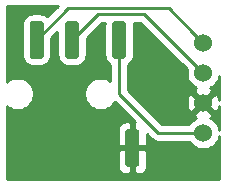
<source format=gbr>
G04 #@! TF.GenerationSoftware,KiCad,Pcbnew,(5.1.5)-3*
G04 #@! TF.CreationDate,2020-12-21T12:14:11+01:00*
G04 #@! TF.ProjectId,epimetheus_bme280_alt,6570696d-6574-4686-9575-735f626d6532,rev?*
G04 #@! TF.SameCoordinates,Original*
G04 #@! TF.FileFunction,Copper,L1,Top*
G04 #@! TF.FilePolarity,Positive*
%FSLAX46Y46*%
G04 Gerber Fmt 4.6, Leading zero omitted, Abs format (unit mm)*
G04 Created by KiCad (PCBNEW (5.1.5)-3) date 2020-12-21 12:14:11*
%MOMM*%
%LPD*%
G04 APERTURE LIST*
%ADD10C,1.524000*%
%ADD11C,0.100000*%
%ADD12C,0.800000*%
%ADD13C,0.250000*%
%ADD14C,0.254000*%
G04 APERTURE END LIST*
D10*
X179070000Y-26670000D03*
X179070000Y-29210000D03*
X179070000Y-31750000D03*
X179070000Y-34290000D03*
G04 #@! TA.AperFunction,SMDPad,CuDef*
D11*
G36*
X165302405Y-24817445D02*
G01*
X165331527Y-24821764D01*
X165360085Y-24828918D01*
X165387805Y-24838836D01*
X165414419Y-24851424D01*
X165439671Y-24866559D01*
X165463318Y-24884097D01*
X165485132Y-24903868D01*
X165504903Y-24925682D01*
X165522441Y-24949329D01*
X165537576Y-24974581D01*
X165550164Y-25001195D01*
X165560082Y-25028915D01*
X165567236Y-25057473D01*
X165571555Y-25086595D01*
X165573000Y-25116000D01*
X165573000Y-27716000D01*
X165571555Y-27745405D01*
X165567236Y-27774527D01*
X165560082Y-27803085D01*
X165550164Y-27830805D01*
X165537576Y-27857419D01*
X165522441Y-27882671D01*
X165504903Y-27906318D01*
X165485132Y-27928132D01*
X165463318Y-27947903D01*
X165439671Y-27965441D01*
X165414419Y-27980576D01*
X165387805Y-27993164D01*
X165360085Y-28003082D01*
X165331527Y-28010236D01*
X165302405Y-28014555D01*
X165273000Y-28016000D01*
X164673000Y-28016000D01*
X164643595Y-28014555D01*
X164614473Y-28010236D01*
X164585915Y-28003082D01*
X164558195Y-27993164D01*
X164531581Y-27980576D01*
X164506329Y-27965441D01*
X164482682Y-27947903D01*
X164460868Y-27928132D01*
X164441097Y-27906318D01*
X164423559Y-27882671D01*
X164408424Y-27857419D01*
X164395836Y-27830805D01*
X164385918Y-27803085D01*
X164378764Y-27774527D01*
X164374445Y-27745405D01*
X164373000Y-27716000D01*
X164373000Y-25116000D01*
X164374445Y-25086595D01*
X164378764Y-25057473D01*
X164385918Y-25028915D01*
X164395836Y-25001195D01*
X164408424Y-24974581D01*
X164423559Y-24949329D01*
X164441097Y-24925682D01*
X164460868Y-24903868D01*
X164482682Y-24884097D01*
X164506329Y-24866559D01*
X164531581Y-24851424D01*
X164558195Y-24838836D01*
X164585915Y-24828918D01*
X164614473Y-24821764D01*
X164643595Y-24817445D01*
X164673000Y-24816000D01*
X165273000Y-24816000D01*
X165302405Y-24817445D01*
G37*
G04 #@! TD.AperFunction*
G04 #@! TA.AperFunction,SMDPad,CuDef*
G36*
X168302405Y-24817445D02*
G01*
X168331527Y-24821764D01*
X168360085Y-24828918D01*
X168387805Y-24838836D01*
X168414419Y-24851424D01*
X168439671Y-24866559D01*
X168463318Y-24884097D01*
X168485132Y-24903868D01*
X168504903Y-24925682D01*
X168522441Y-24949329D01*
X168537576Y-24974581D01*
X168550164Y-25001195D01*
X168560082Y-25028915D01*
X168567236Y-25057473D01*
X168571555Y-25086595D01*
X168573000Y-25116000D01*
X168573000Y-27716000D01*
X168571555Y-27745405D01*
X168567236Y-27774527D01*
X168560082Y-27803085D01*
X168550164Y-27830805D01*
X168537576Y-27857419D01*
X168522441Y-27882671D01*
X168504903Y-27906318D01*
X168485132Y-27928132D01*
X168463318Y-27947903D01*
X168439671Y-27965441D01*
X168414419Y-27980576D01*
X168387805Y-27993164D01*
X168360085Y-28003082D01*
X168331527Y-28010236D01*
X168302405Y-28014555D01*
X168273000Y-28016000D01*
X167673000Y-28016000D01*
X167643595Y-28014555D01*
X167614473Y-28010236D01*
X167585915Y-28003082D01*
X167558195Y-27993164D01*
X167531581Y-27980576D01*
X167506329Y-27965441D01*
X167482682Y-27947903D01*
X167460868Y-27928132D01*
X167441097Y-27906318D01*
X167423559Y-27882671D01*
X167408424Y-27857419D01*
X167395836Y-27830805D01*
X167385918Y-27803085D01*
X167378764Y-27774527D01*
X167374445Y-27745405D01*
X167373000Y-27716000D01*
X167373000Y-25116000D01*
X167374445Y-25086595D01*
X167378764Y-25057473D01*
X167385918Y-25028915D01*
X167395836Y-25001195D01*
X167408424Y-24974581D01*
X167423559Y-24949329D01*
X167441097Y-24925682D01*
X167460868Y-24903868D01*
X167482682Y-24884097D01*
X167506329Y-24866559D01*
X167531581Y-24851424D01*
X167558195Y-24838836D01*
X167585915Y-24828918D01*
X167614473Y-24821764D01*
X167643595Y-24817445D01*
X167673000Y-24816000D01*
X168273000Y-24816000D01*
X168302405Y-24817445D01*
G37*
G04 #@! TD.AperFunction*
G04 #@! TA.AperFunction,SMDPad,CuDef*
G36*
X172287405Y-24817445D02*
G01*
X172316527Y-24821764D01*
X172345085Y-24828918D01*
X172372805Y-24838836D01*
X172399419Y-24851424D01*
X172424671Y-24866559D01*
X172448318Y-24884097D01*
X172470132Y-24903868D01*
X172489903Y-24925682D01*
X172507441Y-24949329D01*
X172522576Y-24974581D01*
X172535164Y-25001195D01*
X172545082Y-25028915D01*
X172552236Y-25057473D01*
X172556555Y-25086595D01*
X172558000Y-25116000D01*
X172558000Y-27716000D01*
X172556555Y-27745405D01*
X172552236Y-27774527D01*
X172545082Y-27803085D01*
X172535164Y-27830805D01*
X172522576Y-27857419D01*
X172507441Y-27882671D01*
X172489903Y-27906318D01*
X172470132Y-27928132D01*
X172448318Y-27947903D01*
X172424671Y-27965441D01*
X172399419Y-27980576D01*
X172372805Y-27993164D01*
X172345085Y-28003082D01*
X172316527Y-28010236D01*
X172287405Y-28014555D01*
X172258000Y-28016000D01*
X171658000Y-28016000D01*
X171628595Y-28014555D01*
X171599473Y-28010236D01*
X171570915Y-28003082D01*
X171543195Y-27993164D01*
X171516581Y-27980576D01*
X171491329Y-27965441D01*
X171467682Y-27947903D01*
X171445868Y-27928132D01*
X171426097Y-27906318D01*
X171408559Y-27882671D01*
X171393424Y-27857419D01*
X171380836Y-27830805D01*
X171370918Y-27803085D01*
X171363764Y-27774527D01*
X171359445Y-27745405D01*
X171358000Y-27716000D01*
X171358000Y-25116000D01*
X171359445Y-25086595D01*
X171363764Y-25057473D01*
X171370918Y-25028915D01*
X171380836Y-25001195D01*
X171393424Y-24974581D01*
X171408559Y-24949329D01*
X171426097Y-24925682D01*
X171445868Y-24903868D01*
X171467682Y-24884097D01*
X171491329Y-24866559D01*
X171516581Y-24851424D01*
X171543195Y-24838836D01*
X171570915Y-24828918D01*
X171599473Y-24821764D01*
X171628595Y-24817445D01*
X171658000Y-24816000D01*
X172258000Y-24816000D01*
X172287405Y-24817445D01*
G37*
G04 #@! TD.AperFunction*
G04 #@! TA.AperFunction,SMDPad,CuDef*
G36*
X173402405Y-33961445D02*
G01*
X173431527Y-33965764D01*
X173460085Y-33972918D01*
X173487805Y-33982836D01*
X173514419Y-33995424D01*
X173539671Y-34010559D01*
X173563318Y-34028097D01*
X173585132Y-34047868D01*
X173604903Y-34069682D01*
X173622441Y-34093329D01*
X173637576Y-34118581D01*
X173650164Y-34145195D01*
X173660082Y-34172915D01*
X173667236Y-34201473D01*
X173671555Y-34230595D01*
X173673000Y-34260000D01*
X173673000Y-36860000D01*
X173671555Y-36889405D01*
X173667236Y-36918527D01*
X173660082Y-36947085D01*
X173650164Y-36974805D01*
X173637576Y-37001419D01*
X173622441Y-37026671D01*
X173604903Y-37050318D01*
X173585132Y-37072132D01*
X173563318Y-37091903D01*
X173539671Y-37109441D01*
X173514419Y-37124576D01*
X173487805Y-37137164D01*
X173460085Y-37147082D01*
X173431527Y-37154236D01*
X173402405Y-37158555D01*
X173373000Y-37160000D01*
X172773000Y-37160000D01*
X172743595Y-37158555D01*
X172714473Y-37154236D01*
X172685915Y-37147082D01*
X172658195Y-37137164D01*
X172631581Y-37124576D01*
X172606329Y-37109441D01*
X172582682Y-37091903D01*
X172560868Y-37072132D01*
X172541097Y-37050318D01*
X172523559Y-37026671D01*
X172508424Y-37001419D01*
X172495836Y-36974805D01*
X172485918Y-36947085D01*
X172478764Y-36918527D01*
X172474445Y-36889405D01*
X172473000Y-36860000D01*
X172473000Y-34260000D01*
X172474445Y-34230595D01*
X172478764Y-34201473D01*
X172485918Y-34172915D01*
X172495836Y-34145195D01*
X172508424Y-34118581D01*
X172523559Y-34093329D01*
X172541097Y-34069682D01*
X172560868Y-34047868D01*
X172582682Y-34028097D01*
X172606329Y-34010559D01*
X172631581Y-33995424D01*
X172658195Y-33982836D01*
X172685915Y-33972918D01*
X172714473Y-33965764D01*
X172743595Y-33961445D01*
X172773000Y-33960000D01*
X173373000Y-33960000D01*
X173402405Y-33961445D01*
G37*
G04 #@! TD.AperFunction*
D12*
X172720000Y-35560000D03*
D13*
X178308001Y-25908001D02*
X179070000Y-26670000D01*
X176158991Y-23758991D02*
X178308001Y-25908001D01*
X167630009Y-23758991D02*
X176158991Y-23758991D01*
X164973000Y-26416000D02*
X167630009Y-23758991D01*
X174069000Y-24209000D02*
X179070000Y-29210000D01*
X167973000Y-26416000D02*
X170180000Y-24209000D01*
X170180000Y-24209000D02*
X174069000Y-24209000D01*
X171958000Y-26416000D02*
X171958000Y-30988000D01*
X175260000Y-34290000D02*
X179070000Y-34290000D01*
X171958000Y-30988000D02*
X175260000Y-34290000D01*
D14*
G36*
X165895233Y-24418966D02*
G01*
X165794165Y-24336022D01*
X165631985Y-24249334D01*
X165456009Y-24195953D01*
X165273000Y-24177928D01*
X164673000Y-24177928D01*
X164489991Y-24195953D01*
X164314015Y-24249334D01*
X164151835Y-24336022D01*
X164009683Y-24452683D01*
X163893022Y-24594835D01*
X163806334Y-24757015D01*
X163752953Y-24932991D01*
X163734928Y-25116000D01*
X163734928Y-27716000D01*
X163752953Y-27899009D01*
X163806334Y-28074985D01*
X163893022Y-28237165D01*
X164009683Y-28379317D01*
X164151835Y-28495978D01*
X164314015Y-28582666D01*
X164489991Y-28636047D01*
X164673000Y-28654072D01*
X165273000Y-28654072D01*
X165456009Y-28636047D01*
X165631985Y-28582666D01*
X165794165Y-28495978D01*
X165936317Y-28379317D01*
X166052978Y-28237165D01*
X166139666Y-28074985D01*
X166193047Y-27899009D01*
X166211072Y-27716000D01*
X166211072Y-26252729D01*
X166734928Y-25728873D01*
X166734928Y-27716000D01*
X166752953Y-27899009D01*
X166806334Y-28074985D01*
X166893022Y-28237165D01*
X167009683Y-28379317D01*
X167151835Y-28495978D01*
X167314015Y-28582666D01*
X167489991Y-28636047D01*
X167673000Y-28654072D01*
X168273000Y-28654072D01*
X168456009Y-28636047D01*
X168631985Y-28582666D01*
X168794165Y-28495978D01*
X168936317Y-28379317D01*
X169052978Y-28237165D01*
X169139666Y-28074985D01*
X169193047Y-27899009D01*
X169211072Y-27716000D01*
X169211072Y-26252729D01*
X170494802Y-24969000D01*
X170734406Y-24969000D01*
X170719928Y-25116000D01*
X170719928Y-27716000D01*
X170737953Y-27899009D01*
X170791334Y-28074985D01*
X170878022Y-28237165D01*
X170994683Y-28379317D01*
X171136835Y-28495978D01*
X171198000Y-28528672D01*
X171198001Y-29873523D01*
X171029043Y-29760629D01*
X170776989Y-29656225D01*
X170509411Y-29603000D01*
X170236589Y-29603000D01*
X169969011Y-29656225D01*
X169716957Y-29760629D01*
X169490114Y-29912201D01*
X169297201Y-30105114D01*
X169145629Y-30331957D01*
X169041225Y-30584011D01*
X168988000Y-30851589D01*
X168988000Y-31124411D01*
X169041225Y-31391989D01*
X169145629Y-31644043D01*
X169297201Y-31870886D01*
X169490114Y-32063799D01*
X169716957Y-32215371D01*
X169969011Y-32319775D01*
X170236589Y-32373000D01*
X170509411Y-32373000D01*
X170776989Y-32319775D01*
X171029043Y-32215371D01*
X171255886Y-32063799D01*
X171448799Y-31870886D01*
X171575886Y-31680687D01*
X173289474Y-33394276D01*
X173200000Y-33483750D01*
X173200000Y-35433000D01*
X174149250Y-35433000D01*
X174308000Y-35274250D01*
X174310009Y-34414811D01*
X174696201Y-34801003D01*
X174719999Y-34830001D01*
X174835724Y-34924974D01*
X174967753Y-34995546D01*
X175111014Y-35039003D01*
X175222667Y-35050000D01*
X175222676Y-35050000D01*
X175259999Y-35053676D01*
X175297322Y-35050000D01*
X177897659Y-35050000D01*
X177984880Y-35180535D01*
X178179465Y-35375120D01*
X178408273Y-35528005D01*
X178662510Y-35633314D01*
X178932408Y-35687000D01*
X179207592Y-35687000D01*
X179477490Y-35633314D01*
X179731727Y-35528005D01*
X179960535Y-35375120D01*
X180155120Y-35180535D01*
X180308005Y-34951727D01*
X180413314Y-34697490D01*
X180442000Y-34553274D01*
X180442000Y-38202000D01*
X162458000Y-38202000D01*
X162458000Y-37160000D01*
X171834928Y-37160000D01*
X171847188Y-37284482D01*
X171883498Y-37404180D01*
X171942463Y-37514494D01*
X172021815Y-37611185D01*
X172118506Y-37690537D01*
X172228820Y-37749502D01*
X172348518Y-37785812D01*
X172473000Y-37798072D01*
X172787250Y-37795000D01*
X172946000Y-37636250D01*
X172946000Y-35687000D01*
X173200000Y-35687000D01*
X173200000Y-37636250D01*
X173358750Y-37795000D01*
X173673000Y-37798072D01*
X173797482Y-37785812D01*
X173917180Y-37749502D01*
X174027494Y-37690537D01*
X174124185Y-37611185D01*
X174203537Y-37514494D01*
X174262502Y-37404180D01*
X174298812Y-37284482D01*
X174311072Y-37160000D01*
X174308000Y-35845750D01*
X174149250Y-35687000D01*
X173200000Y-35687000D01*
X172946000Y-35687000D01*
X171996750Y-35687000D01*
X171838000Y-35845750D01*
X171834928Y-37160000D01*
X162458000Y-37160000D01*
X162458000Y-33960000D01*
X171834928Y-33960000D01*
X171838000Y-35274250D01*
X171996750Y-35433000D01*
X172946000Y-35433000D01*
X172946000Y-33483750D01*
X172787250Y-33325000D01*
X172473000Y-33321928D01*
X172348518Y-33334188D01*
X172228820Y-33370498D01*
X172118506Y-33429463D01*
X172021815Y-33508815D01*
X171942463Y-33605506D01*
X171883498Y-33715820D01*
X171847188Y-33835518D01*
X171834928Y-33960000D01*
X162458000Y-33960000D01*
X162458000Y-32031685D01*
X162490114Y-32063799D01*
X162716957Y-32215371D01*
X162969011Y-32319775D01*
X163236589Y-32373000D01*
X163509411Y-32373000D01*
X163776989Y-32319775D01*
X164029043Y-32215371D01*
X164255886Y-32063799D01*
X164448799Y-31870886D01*
X164600371Y-31644043D01*
X164704775Y-31391989D01*
X164758000Y-31124411D01*
X164758000Y-30851589D01*
X164704775Y-30584011D01*
X164600371Y-30331957D01*
X164448799Y-30105114D01*
X164255886Y-29912201D01*
X164029043Y-29760629D01*
X163776989Y-29656225D01*
X163509411Y-29603000D01*
X163236589Y-29603000D01*
X162969011Y-29656225D01*
X162716957Y-29760629D01*
X162490114Y-29912201D01*
X162458000Y-29944315D01*
X162458000Y-23520000D01*
X166794198Y-23520000D01*
X165895233Y-24418966D01*
G37*
X165895233Y-24418966D02*
X165794165Y-24336022D01*
X165631985Y-24249334D01*
X165456009Y-24195953D01*
X165273000Y-24177928D01*
X164673000Y-24177928D01*
X164489991Y-24195953D01*
X164314015Y-24249334D01*
X164151835Y-24336022D01*
X164009683Y-24452683D01*
X163893022Y-24594835D01*
X163806334Y-24757015D01*
X163752953Y-24932991D01*
X163734928Y-25116000D01*
X163734928Y-27716000D01*
X163752953Y-27899009D01*
X163806334Y-28074985D01*
X163893022Y-28237165D01*
X164009683Y-28379317D01*
X164151835Y-28495978D01*
X164314015Y-28582666D01*
X164489991Y-28636047D01*
X164673000Y-28654072D01*
X165273000Y-28654072D01*
X165456009Y-28636047D01*
X165631985Y-28582666D01*
X165794165Y-28495978D01*
X165936317Y-28379317D01*
X166052978Y-28237165D01*
X166139666Y-28074985D01*
X166193047Y-27899009D01*
X166211072Y-27716000D01*
X166211072Y-26252729D01*
X166734928Y-25728873D01*
X166734928Y-27716000D01*
X166752953Y-27899009D01*
X166806334Y-28074985D01*
X166893022Y-28237165D01*
X167009683Y-28379317D01*
X167151835Y-28495978D01*
X167314015Y-28582666D01*
X167489991Y-28636047D01*
X167673000Y-28654072D01*
X168273000Y-28654072D01*
X168456009Y-28636047D01*
X168631985Y-28582666D01*
X168794165Y-28495978D01*
X168936317Y-28379317D01*
X169052978Y-28237165D01*
X169139666Y-28074985D01*
X169193047Y-27899009D01*
X169211072Y-27716000D01*
X169211072Y-26252729D01*
X170494802Y-24969000D01*
X170734406Y-24969000D01*
X170719928Y-25116000D01*
X170719928Y-27716000D01*
X170737953Y-27899009D01*
X170791334Y-28074985D01*
X170878022Y-28237165D01*
X170994683Y-28379317D01*
X171136835Y-28495978D01*
X171198000Y-28528672D01*
X171198001Y-29873523D01*
X171029043Y-29760629D01*
X170776989Y-29656225D01*
X170509411Y-29603000D01*
X170236589Y-29603000D01*
X169969011Y-29656225D01*
X169716957Y-29760629D01*
X169490114Y-29912201D01*
X169297201Y-30105114D01*
X169145629Y-30331957D01*
X169041225Y-30584011D01*
X168988000Y-30851589D01*
X168988000Y-31124411D01*
X169041225Y-31391989D01*
X169145629Y-31644043D01*
X169297201Y-31870886D01*
X169490114Y-32063799D01*
X169716957Y-32215371D01*
X169969011Y-32319775D01*
X170236589Y-32373000D01*
X170509411Y-32373000D01*
X170776989Y-32319775D01*
X171029043Y-32215371D01*
X171255886Y-32063799D01*
X171448799Y-31870886D01*
X171575886Y-31680687D01*
X173289474Y-33394276D01*
X173200000Y-33483750D01*
X173200000Y-35433000D01*
X174149250Y-35433000D01*
X174308000Y-35274250D01*
X174310009Y-34414811D01*
X174696201Y-34801003D01*
X174719999Y-34830001D01*
X174835724Y-34924974D01*
X174967753Y-34995546D01*
X175111014Y-35039003D01*
X175222667Y-35050000D01*
X175222676Y-35050000D01*
X175259999Y-35053676D01*
X175297322Y-35050000D01*
X177897659Y-35050000D01*
X177984880Y-35180535D01*
X178179465Y-35375120D01*
X178408273Y-35528005D01*
X178662510Y-35633314D01*
X178932408Y-35687000D01*
X179207592Y-35687000D01*
X179477490Y-35633314D01*
X179731727Y-35528005D01*
X179960535Y-35375120D01*
X180155120Y-35180535D01*
X180308005Y-34951727D01*
X180413314Y-34697490D01*
X180442000Y-34553274D01*
X180442000Y-38202000D01*
X162458000Y-38202000D01*
X162458000Y-37160000D01*
X171834928Y-37160000D01*
X171847188Y-37284482D01*
X171883498Y-37404180D01*
X171942463Y-37514494D01*
X172021815Y-37611185D01*
X172118506Y-37690537D01*
X172228820Y-37749502D01*
X172348518Y-37785812D01*
X172473000Y-37798072D01*
X172787250Y-37795000D01*
X172946000Y-37636250D01*
X172946000Y-35687000D01*
X173200000Y-35687000D01*
X173200000Y-37636250D01*
X173358750Y-37795000D01*
X173673000Y-37798072D01*
X173797482Y-37785812D01*
X173917180Y-37749502D01*
X174027494Y-37690537D01*
X174124185Y-37611185D01*
X174203537Y-37514494D01*
X174262502Y-37404180D01*
X174298812Y-37284482D01*
X174311072Y-37160000D01*
X174308000Y-35845750D01*
X174149250Y-35687000D01*
X173200000Y-35687000D01*
X172946000Y-35687000D01*
X171996750Y-35687000D01*
X171838000Y-35845750D01*
X171834928Y-37160000D01*
X162458000Y-37160000D01*
X162458000Y-33960000D01*
X171834928Y-33960000D01*
X171838000Y-35274250D01*
X171996750Y-35433000D01*
X172946000Y-35433000D01*
X172946000Y-33483750D01*
X172787250Y-33325000D01*
X172473000Y-33321928D01*
X172348518Y-33334188D01*
X172228820Y-33370498D01*
X172118506Y-33429463D01*
X172021815Y-33508815D01*
X171942463Y-33605506D01*
X171883498Y-33715820D01*
X171847188Y-33835518D01*
X171834928Y-33960000D01*
X162458000Y-33960000D01*
X162458000Y-32031685D01*
X162490114Y-32063799D01*
X162716957Y-32215371D01*
X162969011Y-32319775D01*
X163236589Y-32373000D01*
X163509411Y-32373000D01*
X163776989Y-32319775D01*
X164029043Y-32215371D01*
X164255886Y-32063799D01*
X164448799Y-31870886D01*
X164600371Y-31644043D01*
X164704775Y-31391989D01*
X164758000Y-31124411D01*
X164758000Y-30851589D01*
X164704775Y-30584011D01*
X164600371Y-30331957D01*
X164448799Y-30105114D01*
X164255886Y-29912201D01*
X164029043Y-29760629D01*
X163776989Y-29656225D01*
X163509411Y-29603000D01*
X163236589Y-29603000D01*
X162969011Y-29656225D01*
X162716957Y-29760629D01*
X162490114Y-29912201D01*
X162458000Y-29944315D01*
X162458000Y-23520000D01*
X166794198Y-23520000D01*
X165895233Y-24418966D01*
G36*
X177703628Y-28918430D02*
G01*
X177673000Y-29072408D01*
X177673000Y-29347592D01*
X177726686Y-29617490D01*
X177831995Y-29871727D01*
X177984880Y-30100535D01*
X178179465Y-30295120D01*
X178408273Y-30448005D01*
X178479943Y-30477692D01*
X178466977Y-30482364D01*
X178351020Y-30544344D01*
X178284040Y-30784435D01*
X179070000Y-31570395D01*
X179855960Y-30784435D01*
X179788980Y-30544344D01*
X179653240Y-30480515D01*
X179731727Y-30448005D01*
X179960535Y-30295120D01*
X180155120Y-30100535D01*
X180308005Y-29871727D01*
X180413314Y-29617490D01*
X180442001Y-29473273D01*
X180442000Y-31479416D01*
X180430922Y-31405867D01*
X180337636Y-31146977D01*
X180275656Y-31031020D01*
X180035565Y-30964040D01*
X179249605Y-31750000D01*
X180035565Y-32535960D01*
X180275656Y-32468980D01*
X180392756Y-32219952D01*
X180442000Y-32021474D01*
X180442000Y-34026726D01*
X180413314Y-33882510D01*
X180308005Y-33628273D01*
X180155120Y-33399465D01*
X179960535Y-33204880D01*
X179731727Y-33051995D01*
X179660057Y-33022308D01*
X179673023Y-33017636D01*
X179788980Y-32955656D01*
X179855960Y-32715565D01*
X179070000Y-31929605D01*
X178284040Y-32715565D01*
X178351020Y-32955656D01*
X178486760Y-33019485D01*
X178408273Y-33051995D01*
X178179465Y-33204880D01*
X177984880Y-33399465D01*
X177897659Y-33530000D01*
X175574802Y-33530000D01*
X173866819Y-31822017D01*
X177668090Y-31822017D01*
X177709078Y-32094133D01*
X177802364Y-32353023D01*
X177864344Y-32468980D01*
X178104435Y-32535960D01*
X178890395Y-31750000D01*
X178104435Y-30964040D01*
X177864344Y-31031020D01*
X177747244Y-31280048D01*
X177680977Y-31547135D01*
X177668090Y-31822017D01*
X173866819Y-31822017D01*
X172718000Y-30673199D01*
X172718000Y-28528672D01*
X172779165Y-28495978D01*
X172921317Y-28379317D01*
X173037978Y-28237165D01*
X173124666Y-28074985D01*
X173178047Y-27899009D01*
X173196072Y-27716000D01*
X173196072Y-25116000D01*
X173181594Y-24969000D01*
X173754199Y-24969000D01*
X177703628Y-28918430D01*
G37*
X177703628Y-28918430D02*
X177673000Y-29072408D01*
X177673000Y-29347592D01*
X177726686Y-29617490D01*
X177831995Y-29871727D01*
X177984880Y-30100535D01*
X178179465Y-30295120D01*
X178408273Y-30448005D01*
X178479943Y-30477692D01*
X178466977Y-30482364D01*
X178351020Y-30544344D01*
X178284040Y-30784435D01*
X179070000Y-31570395D01*
X179855960Y-30784435D01*
X179788980Y-30544344D01*
X179653240Y-30480515D01*
X179731727Y-30448005D01*
X179960535Y-30295120D01*
X180155120Y-30100535D01*
X180308005Y-29871727D01*
X180413314Y-29617490D01*
X180442001Y-29473273D01*
X180442000Y-31479416D01*
X180430922Y-31405867D01*
X180337636Y-31146977D01*
X180275656Y-31031020D01*
X180035565Y-30964040D01*
X179249605Y-31750000D01*
X180035565Y-32535960D01*
X180275656Y-32468980D01*
X180392756Y-32219952D01*
X180442000Y-32021474D01*
X180442000Y-34026726D01*
X180413314Y-33882510D01*
X180308005Y-33628273D01*
X180155120Y-33399465D01*
X179960535Y-33204880D01*
X179731727Y-33051995D01*
X179660057Y-33022308D01*
X179673023Y-33017636D01*
X179788980Y-32955656D01*
X179855960Y-32715565D01*
X179070000Y-31929605D01*
X178284040Y-32715565D01*
X178351020Y-32955656D01*
X178486760Y-33019485D01*
X178408273Y-33051995D01*
X178179465Y-33204880D01*
X177984880Y-33399465D01*
X177897659Y-33530000D01*
X175574802Y-33530000D01*
X173866819Y-31822017D01*
X177668090Y-31822017D01*
X177709078Y-32094133D01*
X177802364Y-32353023D01*
X177864344Y-32468980D01*
X178104435Y-32535960D01*
X178890395Y-31750000D01*
X178104435Y-30964040D01*
X177864344Y-31031020D01*
X177747244Y-31280048D01*
X177680977Y-31547135D01*
X177668090Y-31822017D01*
X173866819Y-31822017D01*
X172718000Y-30673199D01*
X172718000Y-28528672D01*
X172779165Y-28495978D01*
X172921317Y-28379317D01*
X173037978Y-28237165D01*
X173124666Y-28074985D01*
X173178047Y-27899009D01*
X173196072Y-27716000D01*
X173196072Y-25116000D01*
X173181594Y-24969000D01*
X173754199Y-24969000D01*
X177703628Y-28918430D01*
M02*

</source>
